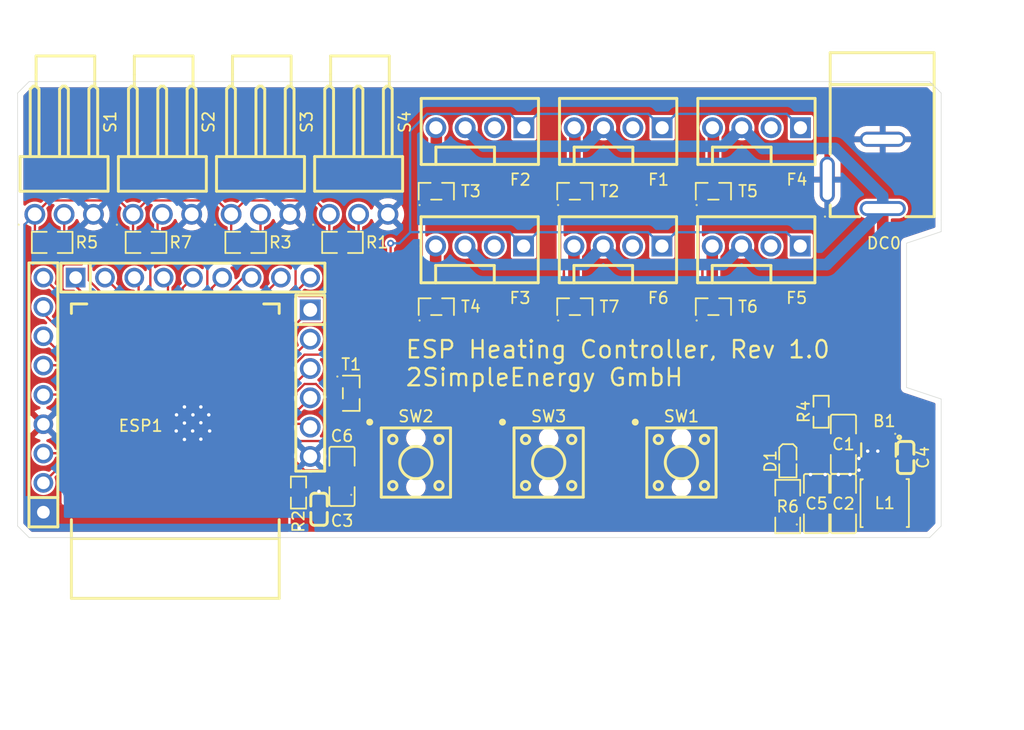
<source format=kicad_pcb>
(kicad_pcb (version 20240108) (generator "pcbnew") (generator_version "8.0")
  (title_block (title "ESP Heating Controller") (date "2025-03-11") (rev "1.0") (company "2SimpleEnergy GmbH"))
  (layers (0 "F.Cu" signal) (31 "B.Cu" signal) (34 "B.Paste" user) (35 "F.Paste" user) (36 "B.SilkS" user "B.Silkscreen") (37 "F.SilkS" user "F.Silkscreen") (38 "B.Mask" user) (39 "F.Mask" user) (44 "Edge.Cuts" user))
  (net 0 "")
  (net 1 "+12V")
  (net 2 "GND")
  (net 3 "+3.3V")
  (net 4 "Net-(D1-A)")
  (net 5 "/FAN_PWM")
  (net 6 "/TXDO")
  (net 7 "/RXDO")
  (net 8 "/Boot")
  (net 9 "/FAN_En")
  (net 10 "/BTN1")
  (net 11 "/BTN2")
  (net 12 "/FANVDD")
  (net 15 "/I07")
  (net 16 "/IO10")
  (net 17 "/IO19")
  (net 18 "/IO20")
  (net 19 "/IO15")
  (net 20 "/IO17")
  (net 21 "/IO8")
  (net 22 "/IO37")
  (net 23 "/IO35")
  (net 24 "/IO39")
  (net 25 "/Temp4")
  (net 26 "/Temp3")
  (net 27 "/Temp1")
  (net 28 "/Temp2")
  (net 29 "/IO45")
  (net 30 "/IO46")
  (net 31 "/IO9")
  (net 32 "/IO12")
  (net 33 "/IO13")
  (net 34 "/IO47")
  (net 35 "Net-(F1-GND)")
  (net 37 "Net-(F2-GND)")
  (net 39 "Net-(F3-GND)")
  (net 41 "Net-(F4-GND)")
  (net 43 "Net-(F5-GND)")
  (net 45 "Net-(F6-GND)")
  (net 47 "/IO21")
  (net 48 "/IO36")
  (net 49 "/BTN3")
  (net 51 "Net-(B1-BST)")
  (net 52 "Net-(B1-SW)")
  (net 53 "Net-(ESP1-EN)")
  (footprint "footprint:CONN-TH_KF2510-3AGW" (layer "F.Cu") (at 49.540005 41 180)
    (property "Reference" "S3")
    (property "Value" "KF2510-3AGW")
  )
  (footprint "footprint:C1206" (layer "F.Cu") (at 100.031 60.912986 -90)
    (property "Reference" "C1")
    (property "Value" "10µF Ceramic")
  )
  (footprint "footprint:R0603" (layer "F.Cu") (at 98.1 58.1 -90)
    (property "Reference" "R4")
    (property "Value" "0603WAJ0103T5E 10kOhm")
  )
  (footprint "footprint:SW-SMD_4P-L6.0-W6.0-P4.50-LS9.0-3" (layer "F.Cu") (at 86 62.5)
    (property "Reference" "SW1")
    (property "Value" "KH-6X6X6H-STM")
  )
  (footprint "footprint:HDR-TH_9P-P2.54-V-M" (layer "F.Cu") (at 43.688 46.482)
    (property "Reference" "H4" (hide yes))
    (property "Value" "FG-PZ2_54-1-09P")
  )
  (footprint "footprint:SOT-23-3_L2.9-W1.3-P1.90-LS2.4-BR" (layer "F.Cu") (at 88.770003 38.999949 -90)
    (property "Reference" "T5")
    (property "Value" "AO3400A")
  )
  (footprint "footprint:SOT-23-3_L2.9-W1.3-P1.90-LS2.4-BR" (layer "F.Cu") (at 64.770003 38.999949 -90)
    (property "Reference" "T3")
    (property "Value" "AO3400A")
  )
  (footprint "footprint:R0805" (layer "F.Cu") (at 48.26 43.434 180)
    (property "Reference" "R3")
    (property "Value" "4,7kOhm")
  )
  (footprint "footprint:TSOT-26_L2.9-W1.6-P0.95-LS2.8-BL" (layer "F.Cu") (at 103.072142 61.414 180)
    (property "Reference" "B1")
    (property "Value" "AP63203WU-7")
  )
  (footprint "footprint:CONN-TH_4P-P2.54_HF1004E" (layer "F.Cu") (at 80.520003 33.499898 180)
    (property "Reference" "F1")
    (property "Value" "HF1004E")
  )
  (footprint "footprint:CONN-TH_4P-P2.54_HF1004E" (layer "F.Cu") (at 68.540006 33.499898 180)
    (property "Reference" "F2")
    (property "Value" "HF1004E")
  )
  (footprint "footprint:HDR-TH_9P-P2.54-V-M" (layer "F.Cu") (at 30.734 56.64202 90)
    (property "Reference" "H3" (hide yes))
    (property "Value" "FG-PZ2_54-1-09P")
  )
  (footprint "footprint:CONN-TH_KF2510-3AGW" (layer "F.Cu") (at 32.529997 41 180)
    (property "Reference" "S1")
    (property "Value" "KF2510-3AGW")
  )
  (footprint "footprint:CONN-TH_KF2510-3AGW" (layer "F.Cu") (at 41.040005 41 180)
    (property "Reference" "S2")
    (property "Value" "KF2510-3AGW")
  )
  (footprint "footprint:C1206" (layer "F.Cu") (at 100.031 66.061569 -90)
    (property "Reference" "C2")
    (property "Value" "22µF")
  )
  (footprint "footprint:C0603" (layer "F.Cu") (at 105.42418 62.061569 90)
    (property "Reference" "C4")
    (property "Value" "100nf")
  )
  (footprint "footprint:CONN-TH_4P-P2.54_HF1004E" (layer "F.Cu") (at 80.5 43.75 180)
    (property "Reference" "F6")
    (property "Value" "HF1004E")
  )
  (footprint "footprint:R0805" (layer "F.Cu") (at 31.496 43.434 180)
    (property "Reference" "R5")
    (property "Value" "4,7kOhm")
  )
  (footprint "footprint:SOT-23-3_L2.9-W1.3-P1.90-LS2.4-BR" (layer "F.Cu") (at 57.4 56.5 180)
    (property "Reference" "T1")
    (property "Value" "AO3400A")
  )
  (footprint "footprint:SOT-23-3_L2.9-W1.3-P1.90-LS2.4-BR" (layer "F.Cu") (at 76.770003 38.999949 -90)
    (property "Reference" "T2")
    (property "Value" "AO3400A")
  )
  (footprint "footprint:IND-SMD_L4.0-W4.0" (layer "F.Cu") (at 103.609 66.014 -90)
    (property "Reference" "L1")
    (property "Value" "3.9µH")
  )
  (footprint "footprint:CONN-TH_KF2510-3AGW" (layer "F.Cu") (at 58.040005 41 180)
    (property "Reference" "S4")
    (property "Value" "KF2510-3AGW")
  )
  (footprint "footprint:SOT-23-3_L2.9-W1.3-P1.90-LS2.4-BR" (layer "F.Cu") (at 88.770003 48.999949 -90)
    (property "Reference" "T6")
    (property "Value" "AO3400A")
  )
  (footprint "footprint:C0603" (layer "F.Cu") (at 54.61 66.548 90)
    (property "Reference" "C3")
    (property "Value" "100nf")
  )
  (footprint "footprint:C1206" (layer "F.Cu") (at 97.70258 66.0556 -90)
    (property "Reference" "C5")
    (property "Value" "22µF")
  )
  (footprint "footprint:R0805" (layer "F.Cu") (at 39.624 43.434 180)
    (property "Reference" "R7")
    (property "Value" "4,7kOhm")
  )
  (footprint "footprint:C1206" (layer "F.Cu") (at 56.6 63.7 90)
    (property "Reference" "C6")
    (property "Value" "10µF Ceramic")
  )
  (footprint "footprint:CONN-TH_4P-P2.54_HF1004E" (layer "F.Cu") (at 68.520003 43.749949 180)
    (property "Reference" "F3")
    (property "Value" "HF1004E")
  )
  (footprint "footprint:DC-IN-TH_DC-5520-1" (layer "F.Cu") (at 101.034856 37.5 -90)
    (property "Reference" "DC0")
    (property "Value" "DC-005_5_5-2_0MM")
  )
  (footprint "footprint:CONN-TH_4P-P2.54_HF1004E" (layer "F.Cu") (at 92.479997 43.749949 180)
    (property "Reference" "F5")
    (property "Value" "HF1004E")
  )
  (footprint "footprint:R1206" (layer "F.Cu") (at 95.209 66.314 90)
    (property "Reference" "R6")
    (property "Value" "330 Ohm")
  )
  (footprint "footprint:LED0603-RD_GREEN" (layer "F.Cu") (at 95.21338 62.398 -90)
    (property "Reference" "D1")
    (property "Value" "PSC-1608U52GC-G4")
  )
  (footprint "footprint:CONN-TH_4P-P2.54_HF1004E" (layer "F.Cu") (at 92.5 33.499949 180)
    (property "Reference" "F4")
    (property "Value" "HF1004E")
  )
  (footprint "footprint:SOT-23-3_L2.9-W1.3-P1.90-LS2.4-BR" (layer "F.Cu") (at 76.770003 48.999949 -90)
    (property "Reference" "T7")
    (property "Value" "AO3400A")
  )
  (footprint "footprint:SOT-23-3_L2.9-W1.3-P1.90-LS2.4-BR" (layer "F.Cu") (at 64.770003 48.999949 -90)
    (property "Reference" "T4")
    (property "Value" "AO3400A")
  )
  (footprint "footprint:R0805" (layer "F.Cu") (at 56.642 43.434 180)
    (property "Reference" "R1")
    (property "Value" "4,7kOhm")
  )
  (footprint "footprint:SW-SMD_4P-L6.0-W6.0-P4.50-LS9.0-3" (layer "F.Cu") (at 63 62.5)
    (property "Reference" "SW2")
    (property "Value" "KH-6X6X6H-STM")
  )
  (footprint "footprint:HDR-TH_6P-P2.54-V-M-1" (layer "F.Cu") (at 53.848 55.626 -90)
    (property "Reference" "H1" (hide yes))
    (property "Value" "Header-Male-2_54_1x6")
  )
  (footprint "footprint:R0603" (layer "F.Cu") (at 52.832 65.1 -90)
    (property "Reference" "R2")
    (property "Value" "0603WAJ0103T5E 10kOhm")
  )
  (footprint "footprint:WIFIM-SMD_ESP32-S3-WROOM-1-N8" (layer "F.Cu") (at 42.160057 57.816872 180)
    (property "Reference" "ESP1")
    (property "Value" "ESP32-S3-WROOM-1-N4")
  )
  (footprint "footprint:SW-SMD_4P-L6.0-W6.0-P4.50-LS9.0-3" (layer "F.Cu") (at 74.5 62.5)
    (property "Reference" "SW3")
    (property "Value" "KH-6X6X6H-STM")
  )
  (gr_line (start 105.5 56) (end 105.5 43.5) (stroke (width 0.05)) (layer "Edge.Cuts"))
  (gr_line (start 29.5 69) (end 28.5 68) (stroke (width 0.05)) (layer "Edge.Cuts"))
  (gr_line (start 108.5 68) (end 108.5 57) (stroke (width 0.05)) (layer "Edge.Cuts"))
  (gr_line (start 108.5 30.5) (end 107.5 29.5) (stroke (width 0.05)) (layer "Edge.Cuts"))
  (gr_line (start 108.5 41.5) (end 108.5 30.5) (stroke (width 0.05)) (layer "Edge.Cuts"))
  (gr_line (start 107.5 29.5) (end 29.5 29.5) (stroke (width 0.05)) (layer "Edge.Cuts"))
  (gr_line (start 108.5 41.5) (end 108.5 42.5) (stroke (width 0.05)) (layer "Edge.Cuts"))
  (gr_line (start 28.5 30.5) (end 29.5 29.5) (stroke (width 0.05)) (layer "Edge.Cuts"))
  (gr_line (start 105.5 43.5) (end 108.5 42.5) (stroke (width 0.05)) (layer "Edge.Cuts"))
  (gr_line (start 108.5 68) (end 107.5 69) (stroke (width 0.05)) (layer "Edge.Cuts"))
  (gr_line (start 108.5 57) (end 105.5 56) (stroke (width 0.05)) (layer "Edge.Cuts"))
  (gr_line (start 28.5 68) (end 28.5 30.5) (stroke (width 0.05)) (layer "Edge.Cuts"))
  (gr_line (start 107.5 69) (end 29.5 69) (stroke (width 0.05)) (layer "Edge.Cuts"))
  (gr_text "${TITLE}, Rev ${REVISION}\n${COMPANY}" (at 62 56 0) (layer "F.SilkS") (effects (font (size 1.5 1.5) (thickness 0.2) (bold yes)) (justify left bottom)))
  (segment (start 103.434907 58.765093) (end 103.4 58.8) (width 1) (layer "F.Cu") (net 1))
  (segment (start 103.434907 40.5) (end 103.434907 58.765093) (width 1) (layer "F.Cu") (net 1))
  (segment (start 103.434907 40.5) (end 103.047098 40.887809) (width 1) (layer "F.Cu") (net 1))
  (segment (start 80.829997 45.350051) (end 79.229997 43.750051) (width 1) (layer "B.Cu") (net 1))
  (segment (start 103.434907 39.434907) (end 103.434907 40.5) (width 1) (layer "B.Cu") (net 1))
  (segment (start 98.584907 45.35) (end 92.809994 45.35) (width 1) (layer "B.Cu") (net 1))
  (segment (start 103.434907 40.5) (end 98.584907 45.35) (width 1) (layer "B.Cu") (net 1))
  (segment (start 99.299873 35.299873) (end 93.02987 35.299873) (width 1) (layer "B.Cu") (net 1))
  (segment (start 79.25 33.499949) (end 80.850051 35.1) (width 1) (layer "B.Cu") (net 1))
  (segment (start 91.229997 33.5) (end 93.02987 35.299873) (width 1) (layer "B.Cu") (net 1))
  (segment (start 103.434907 39.434907) (end 99.299873 35.299873) (width 1) (layer "B.Cu") (net 1))
  (segment (start 92.809994 45.35) (end 91.209994 43.75) (width 1) (layer "B.Cu") (net 1))
  (segment (start 91.209994 43.75) (end 89.609943 45.350051) (width 1) (layer "B.Cu") (net 1))
  (segment (start 68.870003 35.099949) (end 77.65 35.099949) (width 1) (layer "B.Cu") (net 1))
  (segment (start 68.850051 45.350051) (end 67.25 43.75) (width 1) (layer "B.Cu") (net 1))
  (segment (start 67.270003 33.499949) (end 68.870003 35.099949) (width 1) (layer "B.Cu") (net 1))
  (segment (start 89.629997 35.1) (end 91.229997 33.5) (width 1) (layer "B.Cu") (net 1))
  (segment (start 79.229997 43.750051) (end 77.629997 45.350051) (width 1) (layer "B.Cu") (net 1))
  (segment (start 77.65 35.099949) (end 79.25 33.499949) (width 1) (layer "B.Cu") (net 1))
  (segment (start 77.629997 45.350051) (end 68.850051 45.350051) (width 1) (layer "B.Cu") (net 1))
  (segment (start 80.850051 35.1) (end 89.629997 35.1) (width 1) (layer "B.Cu") (net 1))
  (segment (start 89.609943 45.350051) (end 80.829997 45.350051) (width 1) (layer "B.Cu") (net 1))
  (segment (start 54.671975 65.786) (end 54.61 65.724025) (width 0.2) (layer "F.Cu") (net 2))
  (via (at 101.372 62.144) (size 0.6) (drill 0.3) (layers "F.Cu" "B.Cu") (net 2))
  (via (at 43.688 58.3692) (size 0.6) (drill 0.3) (layers "F.Cu" "B.Cu") (net 2))
  (via (at 45.0596 58.3692) (size 0.6) (drill 0.3) (layers "F.Cu" "B.Cu") (net 2))
  (via (at 44.3738 57.6834) (size 0.6) (drill 0.3) (layers "F.Cu" "B.Cu") (net 2))
  (via (at 97.181 63.541) (size 0.6) (drill 0.3) (layers "F.Cu" "B.Cu") (net 2))
  (via (at 98.451 63.541) (size 0.6) (drill 0.3) (layers "F.Cu" "B.Cu") (net 2))
  (via (at 45.1358 59.7662) (size 0.6) (drill 0.3) (layers "F.Cu" "B.Cu") (net 2))
  (via (at 43.6626 59.7662) (size 0.6) (drill 0.3) (layers "F.Cu" "B.Cu") (net 2))
  (via (at 44.3738 60.4774) (size 0.6) (drill 0.3) (layers "F.Cu" "B.Cu") (net 2))
  (via (at 99.594 63.541) (size 0.6) (drill 0.3) (layers "F.Cu" "B.Cu") (net 2))
  (via (at 103.009 61.514) (size 0.6) (drill 0.3) (layers "F.Cu" "B.Cu") (net 2))
  (via (at 42.9514 60.5028) (size 0.6) (drill 0.3) (layers "F.Cu" "B.Cu") (net 2))
  (via (at 42.2402 59.7662) (size 0.6) (drill 0.3) (layers "F.Cu" "B.Cu") (net 2))
  (via (at 101.372 63.16) (size 0.6) (drill 0.3) (layers "F.Cu" "B.Cu") (net 2))
  (via (at 44.3738 59.055) (size 0.6) (drill 0.3) (layers "F.Cu" "B.Cu") (net 2))
  (via (at 42.9514 59.0804) (size 0.6) (drill 0.3) (layers "F.Cu" "B.Cu") (net 2))
  (via (at 54.6 65) (size 0.6) (drill 0.3) (layers "F.Cu" "B.Cu") (net 2))
  (via (at 42.9514 57.6834) (size 0.6) (drill 0.3) (layers "F.Cu" "B.Cu") (net 2))
  (via (at 42.2656 58.3692) (size 0.6) (drill 0.3) (layers "F.Cu" "B.Cu") (net 2))
  (via (at 100.61 63.541) (size 0.6) (drill 0.3) (layers "F.Cu" "B.Cu") (net 2))
  (via (at 102.134 61.514) (size 0.6) (drill 0.3) (layers "F.Cu" "B.Cu") (net 2))
  (segment (start 45.8 39.8) (end 39.7 39.8) (width 0.2) (layer "F.Cu") (net 3))
  (segment (start 39.7 39.8) (end 38.5 41) (width 0.2) (layer "F.Cu") (net 3))
  (segment (start 30 42.938) (end 30.496 43.434) (width 0.2) (layer "F.Cu") (net 3))
  (segment (start 31.2 39.8) (end 30 41) (width 0.2) (layer "F.Cu") (net 3))
  (segment (start 55.5 41) (end 55.5 43.292) (width 0.2) (layer "F.Cu") (net 3))
  (segment (start 38.5 41) (end 37.3 39.8) (width 0.2) (layer "F.Cu") (net 3))
  (segment (start 48.2 39.8) (end 47 41) (width 0.2) (layer "F.Cu") (net 3))
  (segment (start 38.5 41) (end 38.5 43.4944) (width 0.2) (layer "F.Cu") (net 3))
  (segment (start 47 41) (end 47 43.2822) (width 0.2) (layer "F.Cu") (net 3))
  (segment (start 38.5 43.4944) (end 38.5064 43.5008) (width 0.2) (layer "F.Cu") (net 3))
  (segment (start 54.3 39.8) (end 48.2 39.8) (width 0.2) (layer "F.Cu") (net 3))
  (segment (start 37.3 39.8) (end 31.2 39.8) (width 0.2) (layer "F.Cu") (net 3))
  (segment (start 55.5 41) (end 54.3 39.8) (width 0.2) (layer "F.Cu") (net 3))
  (segment (start 47 43.2822) (end 47.0662 43.3484) (width 0.2) (layer "F.Cu") (net 3))
  (segment (start 55.5 43.292) (end 55.642 43.434) (width 0.2) (layer "F.Cu") (net 3))
  (segment (start 30 41) (end 30 42.938) (width 0.2) (layer "F.Cu") (net 3))
  (segment (start 47 41) (end 45.8 39.8) (width 0.2) (layer "F.Cu") (net 3))
  (via (at 52.9 68.2) (size 0.6) (drill 0.3) (layers "F.Cu" "B.Cu") (net 3))
  (segment (start 30 41) (end 29.1 41.9) (width 0.2) (layer "B.Cu") (net 3))
  (segment (start 29.1 41.9) (end 29.1 65.5) (width 0.2) (layer "B.Cu") (net 3))
  (segment (start 95.21686 63.197467) (end 95.21686 64.827349) (width 0.2) (layer "F.Cu") (net 4))
  (segment (start 95.21686 64.827349) (end 95.209 64.835209) (width 0.2) (layer "F.Cu") (net 4))
  (segment (start 60.81 43.51) (end 60.81 53.155997) (width 0.2) (layer "F.Cu") (net 5))
  (segment (start 84.330011 43.730048) (end 84.310008 43.750051) (width 0.2) (layer "F.Cu") (net 5))
  (segment (start 60.81 53.155997) (end 53.350943 53.155997) (width 0.2) (layer "F.Cu") (net 5))
  (segment (start 52.435432 54.071508) (end 51.059854 54.071508) (width 0.2) (layer "F.Cu") (net 5))
  (segment (start 53.350943 53.155997) (end 52.435432 54.071508) (width 0.2) (layer "F.Cu") (net 5))
  (segment (start 96.310008 43.729997) (end 96.290005 43.75) (width 0.2) (layer "F.Cu") (net 5))
  (segment (start 72.350014 43.729997) (end 72.330011 43.75) (width 0.2) (layer "F.Cu") (net 5))
  (via (at 60.81 43.51) (size 0.6) (drill 0.3) (layers "F.Cu" "B.Cu") (net 5))
  (segment (start 84.330011 33.499949) (end 85.52996 32.3) (width 0.2) (layer "B.Cu") (net 5))
  (segment (start 61.56998 43.51) (end 62.53999 42.53999) (width 0.2) (layer "B.Cu") (net 5))
  (segment (start 95.090005 42.55) (end 96.290005 43.75) (width 0.2) (layer "B.Cu") (net 5))
  (segment (start 71.150014 32.299949) (end 72.350014 33.499949) (width 0.2) (layer "B.Cu") (net 5))
  (segment (start 72.350014 33.499949) (end 73.550014 32.299949) (width 0.2) (layer "B.Cu") (net 5))
  (segment (start 84.310008 43.750051) (end 85.510059 42.55) (width 0.2) (layer "B.Cu") (net 5))
  (segment (start 71.120001 42.53999) (end 72.330011 43.75) (width 0.2) (layer "B.Cu") (net 5))
  (segment (start 62.5 33.78001) (end 63.980061 32.299949) (width 0.2) (layer "B.Cu") (net 5))
  (segment (start 85.510059 42.55) (end 95.090005 42.55) (width 0.2) (layer "B.Cu") (net 5))
  (segment (start 83.130011 32.299949) (end 84.330011 33.499949) (width 0.2) (layer "B.Cu") (net 5))
  (segment (start 62.53999 42.53999) (end 71.120001 42.53999) (width 0.2) (layer "B.Cu") (net 5))
  (segment (start 62.5 42.5) (end 62.5 33.78001) (width 0.2) (layer "B.Cu") (net 5))
  (segment (start 73.52996 42.550051) (end 83.110008 42.550051) (width 0.2) (layer "B.Cu") (net 5))
  (segment (start 60.81 43.51) (end 61.56998 43.51) (width 0.2) (layer "B.Cu") (net 5))
  (segment (start 72.330011 43.75) (end 73.52996 42.550051) (width 0.2) (layer "B.Cu") (net 5))
  (segment (start 95.110008 32.3) (end 96.310008 33.5) (width 0.2) (layer "B.Cu") (net 5))
  (segment (start 83.110008 42.550051) (end 84.310008 43.750051) (width 0.2) (layer "B.Cu") (net 5))
  (segment (start 73.550014 32.299949) (end 83.130011 32.299949) (width 0.2) (layer "B.Cu") (net 5))
  (segment (start 85.52996 32.3) (end 95.110008 32.3) (width 0.2) (layer "B.Cu") (net 5))
  (segment (start 63.980061 32.299949) (end 71.150014 32.299949) (width 0.2) (layer "B.Cu") (net 5))
  (segment (start 32.03451 62.961525) (end 30.734 64.262035) (width 0.2) (layer "F.Cu") (net 6))
  (segment (start 33.26026 62.961525) (end 32.03451 62.961525) (width 0.2) (layer "F.Cu") (net 6))
  (segment (start 30.764507 61.691523) (end 30.734 61.72203) (width 0.2) (layer "F.Cu") (net 7))
  (segment (start 33.26026 61.691523) (end 30.764507 61.691523) (width 0.2) (layer "F.Cu") (net 7))
  (segment (start 33.26026 49.00826) (end 30.734 46.482) (width 0.2) (layer "F.Cu") (net 8))
  (segment (start 33.26026 50.2615) (end 33.26026 49.00826) (width 0.2) (layer "F.Cu") (net 8))
  (segment (start 52.648 56.398946) (end 53.350943 55.696003) (width 0.2) (layer "F.Cu") (net 9))
  (segment (start 55.338525 56.611513) (end 56.4 55.550038) (width 0.2) (layer "F.Cu") (net 9))
  (segment (start 54.345057 55.696003) (end 55.048 56.398946) (width 0.2) (layer "F.Cu") (net 9))
  (segment (start 55.048 56.611513) (end 55.338525 56.611513) (width 0.2) (layer "F.Cu") (net 9))
  (segment (start 52.648 56.611513) (end 52.648 56.398946) (width 0.2) (layer "F.Cu") (net 9))
  (segment (start 55.048 56.398946) (end 55.048 56.611513) (width 0.2) (layer "F.Cu") (net 9))
  (segment (start 53.350943 55.696003) (end 54.345057 55.696003) (width 0.2) (layer "F.Cu") (net 9))
  (segment (start 51.059854 56.611513) (end 52.648 56.611513) (width 0.2) (layer "F.Cu") (net 9))
  (segment (start 51.059854 62.961525) (end 52.570769 62.961525) (width 0.2) (layer "F.Cu") (net 10))
  (segment (start 78.40677 63.643396) (end 81.800102 60.250064) (width 0.2) (layer "F.Cu") (net 10))
  (segment (start 53.25264 63.643396) (end 78.40677 63.643396) (width 0.2) (layer "F.Cu") (net 10))
  (segment (start 52.570769 62.961525) (end 53.25264 63.643396) (width 0.2) (layer "F.Cu") (net 10))
  (segment (start 51.274342 60.636008) (end 58.414158 60.636008) (width 0.2) (layer "F.Cu") (net 11))
  (segment (start 51.059854 60.42152) (end 51.274342 60.636008) (width 0.2) (layer "F.Cu") (net 11))
  (segment (start 58.414158 60.636008) (end 58.800102 60.250064) (width 0.2) (layer "F.Cu") (net 11))
  (segment (start 75.770003 40.049987) (end 75.820041 39.999949) (width 0.2) (layer "F.Cu") (net 12))
  (segment (start 98.1 57.3) (end 98.1 57.346634) (width 0.2) (layer "F.Cu") (net 12))
  (segment (start 63.770003 40.049987) (end 63.820041 39.999949) (width 0.2) (layer "F.Cu") (net 12))
  (segment (start 63.509995 41.259957) (end 63.770003 40.999949) (width 0.2) (layer "F.Cu") (net 12))
  (segment (start 87.469989 41.260008) (end 87.820041 40.909956) (width 0.2) (layer "F.Cu") (net 12))
  (segment (start 75.770003 40.999949) (end 75.770003 40.049987) (width 0.2) (layer "F.Cu") (net 12))
  (segment (start 87.820041 40.909956) (end 87.820041 39.999949) (width 0.2) (layer "F.Cu") (net 12))
  (segment (start 75.820041 49.999949) (end 75.820041 46.129998) (width 0.2) (layer "F.Cu") (net 12))
  (segment (start 63.820041 45.609995) (end 63.820041 49.999949) (width 0.2) (layer "F.Cu") (net 12))
  (segment (start 63.509995 45.299949) (end 63.509995 41.259957) (width 0.2) (layer "F.Cu") (net 12))
  (segment (start 75.489992 41.27996) (end 75.770003 40.999949) (width 0.2) (layer "F.Cu") (net 12))
  (segment (start 63.820041 49.499949) (end 63.820041 56.449911) (width 0.2) (layer "F.Cu") (net 12))
  (segment (start 87.820041 45.650001) (end 87.820041 56.449911) (width 0.2) (layer "F.Cu") (net 12))
  (segment (start 75.820041 49.999949) (end 75.820041 45.629998) (width 0.2) (layer "F.Cu") (net 12))
  (segment (start 63.820041 45.609995) (end 63.509995 45.299949) (width 0.2) (layer "F.Cu") (net 12))
  (segment (start 87.469989 45.29995) (end 87.820041 45.650001) (width 0.2) (layer "F.Cu") (net 12))
  (segment (start 58.4 56.5) (end 97.3 56.5) (width 0.2) (layer "F.Cu") (net 12))
  (segment (start 97.3 56.5) (end 98.1 57.3) (width 0.2) (layer "F.Cu") (net 12))
  (segment (start 75.820041 45.629998) (end 75.489992 45.299949) (width 0.2) (layer "F.Cu") (net 12))
  (segment (start 75.820041 46.129998) (end 75.820041 56.449911) (width 0.2) (layer "F.Cu") (net 12))
  (segment (start 63.820041 49.999949) (end 63.820041 49.499949) (width 0.2) (layer "F.Cu") (net 12))
  (segment (start 75.489992 45.299949) (end 75.489992 41.27996) (width 0.2) (layer "F.Cu") (net 12))
  (segment (start 87.820041 49.999949) (end 87.820041 45.650001) (width 0.2) (layer "F.Cu") (net 12))
  (segment (start 87.469989 45.29995) (end 87.469989 41.260008) (width 0.2) (layer "F.Cu") (net 12))
  (segment (start 63.770003 40.999949) (end 63.770003 40.049987) (width 0.2) (layer "F.Cu") (net 12))
  (segment (start 51.059854 59.151518) (end 53.56351 59.151518) (width 0.2) (layer "F.Cu") (net 15))
  (segment (start 53.56351 59.151518) (end 53.848 59.436008) (width 0.2) (layer "F.Cu") (net 15))
  (segment (start 45.334936 47.375069) (end 46.228005 46.482) (width 0.2) (layer "F.Cu") (net 16))
  (segment (start 45.334936 48.862211) (end 45.334936 47.375069) (width 0.2) (layer "F.Cu") (net 16))
  (segment (start 51.059854 51.531502) (end 51.592485 51.531502) (width 0.2) (layer "F.Cu") (net 17))
  (segment (start 51.592485 51.531502) (end 53.848 49.275987) (width 0.2) (layer "F.Cu") (net 17))
  (segment (start 51.059854 50.2615) (end 51.059854 49.270166) (width 0.2) (layer "F.Cu") (net 18))
  (segment (start 51.059854 49.270166) (end 53.84802 46.482) (width 0.2) (layer "F.Cu") (net 18))
  (segment (start 52.862488 57.881515) (end 51.059854 57.881515) (width 0.2) (layer "F.Cu") (net 19))
  (segment (start 53.848 56.896003) (end 52.862488 57.881515) (width 0.2) (layer "F.Cu") (net 19))
  (segment (start 52.862487 55.34151) (end 53.848 54.355997) (width 0.2) (layer "F.Cu") (net 20))
  (segment (start 51.059854 55.34151) (end 52.862487 55.34151) (width 0.2) (layer "F.Cu") (net 20))
  (segment (start 51.059854 52.801505) (end 52.862487 52.801505) (width 0.2) (layer "F.Cu") (net 21))
  (segment (start 52.862487 52.801505) (end 53.848 51.815992) (width 0.2) (layer "F.Cu") (net 21))
  (segment (start 33.26026 54.071508) (end 30.764507 54.071508) (width 0.2) (layer "F.Cu") (net 22))
  (segment (start 30.764507 54.071508) (end 30.734 54.102015) (width 0.2) (layer "F.Cu") (net 22))
  (segment (start 32.677812 51.531502) (end 30.734 49.58769) (width 0.2) (layer "F.Cu") (net 23))
  (segment (start 33.26026 51.531502) (end 32.677812 51.531502) (width 0.2) (layer "F.Cu") (net 23))
  (segment (start 30.734 49.58769) (end 30.734 49.022005) (width 0.2) (layer "F.Cu") (net 23))
  (segment (start 30.764507 56.611513) (end 30.734 56.64202) (width 0.2) (layer "F.Cu") (net 24))
  (segment (start 33.26026 56.611513) (end 30.764507 56.611513) (width 0.2) (layer "F.Cu") (net 24))
  (segment (start 57.642 43.958) (end 57.642 43.434) (width 0.2) (layer "F.Cu") (net 25))
  (segment (start 58.040005 41) (end 58.040005 43.035995) (width 0.2) (layer "F.Cu") (net 25))
  (segment (start 58.040005 43.035995) (end 57.642 43.434) (width 0.2) (layer "F.Cu") (net 25))
  (segment (start 49.144944 48.862211) (end 50.902123 48.862211) (width 0.2) (layer "F.Cu") (net 25))
  (segment (start 52.578 47.186334) (end 52.578 45.466) (width 0.2) (layer "F.Cu") (net 25))
  (segment (start 53.086 44.958) (end 56.642 44.958) (width 0.2) (layer "F.Cu") (net 25))
  (segment (start 50.902123 48.862211) (end 52.578 47.186334) (width 0.2) (layer "F.Cu") (net 25))
  (segment (start 52.578 45.466) (end 53.086 44.958) (width 0.2) (layer "F.Cu") (net 25))
  (segment (start 56.642 44.958) (end 57.642 43.958) (width 0.2) (layer "F.Cu") (net 25))
  (segment (start 44.934936 45.489064) (end 45.212 45.212) (width 0.2) (layer "F.Cu") (net 26))
  (segment (start 44.934936 47.498) (end 44.934936 45.489064) (width 0.2) (layer "F.Cu") (net 26))
  (segment (start 44.064934 48.368002) (end 44.934936 47.498) (width 0.2) (layer "F.Cu") (net 26))
  (segment (start 47.482 45.212) (end 49.26 43.434) (width 0.2) (layer "F.Cu") (net 26))
  (segment (start 44.064934 48.862211) (end 44.064934 48.368002) (width 0.2) (layer "F.Cu") (net 26))
  (segment (start 49.540005 41) (end 49.540005 43.407995) (width 0.2) (layer "F.Cu") (net 26))
  (segment (start 45.212 45.212) (end 47.482 45.212) (width 0.2) (layer "F.Cu") (net 26))
  (segment (start 49.540005 43.407995) (end 49.26 43.688) (width 0.2) (layer "F.Cu") (net 26))
  (segment (start 32.540005 43.389995) (end 32.496 43.434) (width 0.2) (layer "F.Cu") (net 27))
  (segment (start 34.67798 46.718341) (end 34.67798 45.332) (width 0.2) (layer "F.Cu") (net 27))
  (segment (start 32.540005 41) (end 32.540005 43.389995) (width 0.2) (layer "F.Cu") (net 27))
  (segment (start 36.444919 48.862211) (end 36.444919 48.48528) (width 0.2) (layer "F.Cu") (net 27))
  (segment (start 36.444919 48.48528) (end 34.67798 46.718341) (width 0.2) (layer "F.Cu") (net 27))
  (segment (start 34.67798 45.332) (end 32.77998 43.434) (width 0.2) (layer "F.Cu") (net 27))
  (segment (start 32.77998 43.434) (end 32.496 43.434) (width 0.2) (layer "F.Cu") (net 27))
  (segment (start 40.624 43.434) (end 40.624 41.416005) (width 0.2) (layer "F.Cu") (net 28))
  (segment (start 40.624 41.416005) (end 41.040005 41) (width 0.2) (layer "F.Cu") (net 28))
  (segment (start 40.254926 48.862211) (end 39.997995 48.60528) (width 0.2) (layer "F.Cu") (net 28))
  (segment (start 39.997995 48.60528) (end 39.997995 44.060005) (width 0.2) (layer "F.Cu") (net 28))
  (segment (start 39.997995 44.060005) (end 40.624 43.434) (width 0.2) (layer "F.Cu") (net 28))
  (segment (start 33.52798 47.215275) (end 33.52798 46.482) (width 0.2) (layer "F.Cu") (net 29))
  (segment (start 35.174916 48.862211) (end 33.52798 47.215275) (width 0.2) (layer "F.Cu") (net 29))
  (segment (start 47.874941 48.332214) (end 48.455155 47.752) (width 0.2) (layer "F.Cu") (net 30))
  (segment (start 48.455155 47.752) (end 50.038015 47.752) (width 0.2) (layer "F.Cu") (net 30))
  (segment (start 47.874941 48.862211) (end 47.874941 48.332214) (width 0.2) (layer "F.Cu") (net 30))
  (segment (start 50.038015 47.752) (end 51.308015 46.482) (width 0.2) (layer "F.Cu") (net 30))
  (segment (start 48.03515 46.482) (end 48.76801 46.482) (width 0.2) (layer "F.Cu") (net 31))
  (segment (start 46.604939 47.912211) (end 48.03515 46.482) (width 0.2) (layer "F.Cu") (net 31))
  (segment (start 46.604939 48.862211) (end 46.604939 47.912211) (width 0.2) (layer "F.Cu") (net 31))
  (segment (start 42.794931 48.862211) (end 42.794931 47.375069) (width 0.2) (layer "F.Cu") (net 32))
  (segment (start 42.794931 47.375069) (end 43.688 46.482) (width 0.2) (layer "F.Cu") (net 32))
  (segment (start 41.524929 48.862211) (end 41.524929 46.858934) (width 0.2) (layer "F.Cu") (net 33))
  (segment (start 41.524929 46.858934) (end 41.147995 46.482) (width 0.2) (layer "F.Cu") (net 33))
  (segment (start 37.714921 48.128936) (end 36.067985 46.482) (width 0.2) (layer "F.Cu") (net 34))
  (segment (start 37.714921 48.862211) (end 37.714921 48.128936) (width 0.2) (layer "F.Cu") (net 34))
  (segment (start 76.770003 33.559957) (end 76.709995 33.499949) (width 0.2) (layer "F.Cu") (net 35))
  (segment (start 76.770003 37.999949) (end 76.770003 33.559957) (width 1) (layer "F.Cu") (net 35))
  (segment (start 64.770003 37.999949) (end 64.770003 33.539954) (width 1) (layer "F.Cu") (net 37))
  (segment (start 64.770003 33.539954) (end 64.729998 33.499949) (width 0.2) (layer "F.Cu") (net 37))
  (segment (start 64.709995 43.75) (end 64.709995 47.939941) (width 1) (layer "F.Cu") (net 39))
  (segment (start 64.709995 47.939941) (end 64.770003 47.999949) (width 0.2) (layer "F.Cu") (net 39))
  (segment (start 88.770003 37.999949) (end 88.770003 33.580011) (width 1) (layer "F.Cu") (net 41))
  (segment (start 88.770003 33.580011) (end 88.689992 33.5) (width 0.2) (layer "F.Cu") (net 41))
  (segment (start 88.669989 47.899935) (end 88.770003 47.999949) (width 0.2) (layer "F.Cu") (net 43))
  (segment (start 88.669989 43.75) (end 88.669989 47.899935) (width 1) (layer "F.Cu") (net 43))
  (segment (start 76.689992 47.919938) (end 76.770003 47.999949) (width 0.2) (layer "F.Cu") (net 45))
  (segment (start 76.689992 43.750051) (end 76.689992 47.919938) (width 1) (layer "F.Cu") (net 45))
  (segment (start 38.984924 46.858934) (end 38.60799 46.482) (width 0.2) (layer "F.Cu") (net 47))
  (segment (start 38.984924 48.862211) (end 38.984924 46.858934) (width 0.2) (layer "F.Cu") (net 47))
  (segment (start 31.973495 52.801505) (end 30.734 51.56201) (width 0.2) (layer "F.Cu") (net 48))
  (segment (start 33.26026 52.801505) (end 31.973495 52.801505) (width 0.2) (layer "F.Cu") (net 48))
  (segment (start 30.764508 51.531502) (end 30.734 51.56201) (width 0.2) (layer "F.Cu") (net 48))
  (segment (start 51.866453 61.691523) (end 53.350943 63.176013) (width 0.2) (layer "F.Cu") (net 49))
  (segment (start 51.059854 61.691523) (end 51.866453 61.691523) (width 0.2) (layer "F.Cu") (net 49))
  (segment (start 67.374153 63.176013) (end 70.300102 60.250064) (width 0.2) (layer "F.Cu") (net 49))
  (segment (start 53.350943 63.176013) (end 67.374153 63.176013) (width 0.2) (layer "F.Cu") (net 49))
  (segment (start 51.09896 64.270634) (end 51.059854 64.231528) (width 0.2) (layer "F.Cu") (net 53))
  (segment (start 52.832 64.346634) (end 55.654051 64.346634) (width 0.2) (layer "F.Cu") (net 53))
  (segment (start 55.654051 64.346634) (end 56.6 65.292583) (width 0.2) (layer "F.Cu") (net 53))
  (segment (start 52.716894 64.231528) (end 52.832 64.346634) (width 0.2) (layer "F.Cu") (net 53))
  (segment (start 51.059854 64.231528) (end 52.716894 64.231528) (width 0.2) (layer "F.Cu") (net 53))
  (segment (start 51.128301 64.299975) (end 51.059854 64.231528) (width 0.2) (layer "F.Cu") (net 53))
  (zone (net 2) (net_name "GND") (layer "F.Cu") (priority 5) (connect_pads yes (clearance 0)) (min_thickness 0.25) (fill yes (thermal_gap 0.5) (thermal_bridge_width 0.5))
    (polygon (pts (xy 51.943 69.088) (xy 51.943 66.167) (xy 50.038 66.167) (xy 50.038 49.911) (xy 34.29 49.911) (xy 34.29 66.167) (xy 32.069 66.167) (xy 32.069 65.551) (xy 28.383 65.551) (xy 28.383 69.088)))
  )
  (zone (net 52) (net_name "Net-(B1-SW)") (layer "F.Cu") (priority 7) (connect_pads yes (clearance 0)) (min_thickness 0.25) (fill yes (thermal_gap 0.5) (thermal_bridge_width 0.5))
    (polygon (pts (xy 104.497 62.044) (xy 106.198 62.044) (xy 106.198 65.573) (xy 101.599 65.573) (xy 101.599 63.418) (xy 102.492 63.418) (xy 102.492 61.971) (xy 103.531 61.971) (xy 103.531 63.418) (xy 104.497 63.418)))
  )
  (zone (net 2) (net_name "GND") (layer "F.Cu") (priority 1) (connect_pads thru_hole_only (clearance 0)) (min_thickness 0.25) (fill yes (thermal_gap 0.5) (thermal_bridge_width 0.5))
    (polygon (pts (xy 108.5 69) (xy 28.383 69.088) (xy 28.5 29.5) (xy 108.5 29.5)))
  )
  (zone (net 3) (net_name "+3.3V") (layer "F.Cu") (priority 3) (connect_pads yes (clearance 0)) (min_thickness 0.25) (fill yes (thermal_gap 0.5) (thermal_bridge_width 0.5))
    (polygon (pts (xy 51.964121 69.031723) (xy 51.964121 65.983723) (xy 50.16218 65.954) (xy 50.16218 64.938) (xy 53.609 64.938) (xy 53.609 66.614) (xy 105.45118 66.616) (xy 105.55118 69.002)))
  )
  (zone (net 3) (net_name "+3.3V") (layer "F.Cu") (priority 16) (connect_pads yes (clearance 0)) (min_thickness 0.25) (fill yes (thermal_gap 0.5) (thermal_bridge_width 0.5))
    (polygon (pts (xy 101.499 65.7) (xy 106.325 65.7) (xy 106.325 60.62) (xy 104.42 60.62) (xy 104.42 60.928) (xy 103.658 60.928) (xy 103.658 59.604) (xy 107.849 59.604) (xy 107.849 68.494) (xy 101.499 68.494)))
  )
  (zone (net 51) (net_name "Net-(B1-BST)") (layer "F.Cu") (priority 8) (connect_pads yes (clearance 0)) (min_thickness 0.25) (fill yes (thermal_gap 0.5) (thermal_bridge_width 0.5))
    (polygon (pts (xy 104.42 62.017) (xy 106.198 62.017) (xy 106.198 60.747) (xy 104.547 60.747) (xy 104.547 61.155) (xy 103.508 61.155) (xy 103.508 63.241) (xy 104.42 63.241)))
  )
  (zone (net 1) (net_name "+12V") (layer "F.Cu") (priority 11) (connect_pads yes (clearance 0)) (min_thickness 0.25) (fill yes (thermal_gap 0.5) (thermal_bridge_width 0.5))
    (polygon (pts (xy 107.849 58.207) (xy 97.328 58.207) (xy 97.328 60.139) (xy 103.531 60.139) (xy 103.531 59.409) (xy 107.849 59.409)))
  )
  (zone (net 2) (net_name "GND") (layer "F.Cu") (priority 13) (connect_pads yes (clearance 0)) (min_thickness 0.25) (fill yes (thermal_gap 0.5) (thermal_bridge_width 0.5))
    (polygon (pts (xy 102.465 63.341) (xy 102.465 61.944) (xy 103.531 61.944) (xy 103.531 61.155) (xy 101.118 61.155) (xy 101.118 60.366) (xy 94.514 60.366) (xy 94.514 62.398) (xy 96.419 62.398) (xy 96.419 66.462) (xy 101.245 66.462) (xy 101.245 63.341)))
  )
  (zone (net 1) (net_name "+12V") (layer "F.Cu") (priority 11) (connect_pads yes (clearance 0)) (min_thickness 0.25) (fill yes (thermal_gap 0.5) (thermal_bridge_width 0.5))
    (polygon (pts (xy 98.959 58.207) (xy 98.959 60.139) (xy 101.645 60.139) (xy 101.645 61.128) (xy 103.658 61.128) (xy 103.531 61.128) (xy 103.531 59.477) (xy 107.849 59.477) (xy 107.849 58.207)))
  )
  (zone (net 3) (net_name "+3.3V") (layer "B.Cu") (priority 9) (connect_pads yes (clearance 0)) (min_thickness 0.25) (fill yes (thermal_gap 0.5) (thermal_bridge_width 0.5))
    (polygon (pts (xy 53.7 67.8) (xy 53.7 69.2) (xy 32.2 69.1) (xy 32.1 69.1) (xy 28.383 69.1) (xy 28.4 65.401) (xy 32 65.401) (xy 32 67.8)))
  )
  (zone (net 2) (net_name "GND") (layer "B.Cu") (connect_pads (clearance 0.5)) (min_thickness 0.25) (fill yes (thermal_gap 0.5) (thermal_bridge_width 0.5))
    (polygon (pts (xy 108.44 69.088) (xy 108.44 29.845) (xy 28.448 29.845) (xy 28.448 69.088)))
  )
)
</source>
